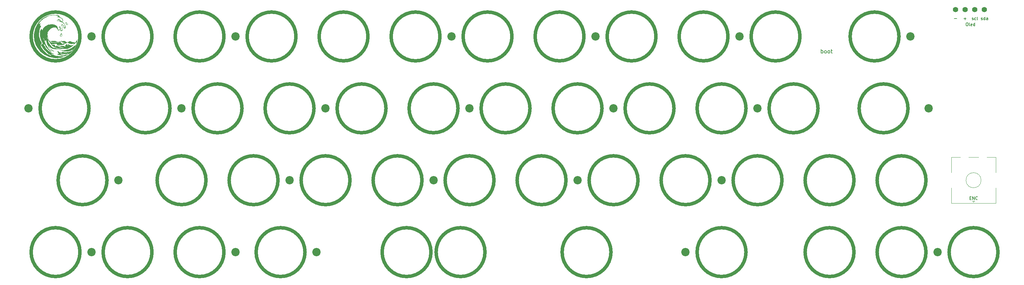
<source format=gbr>
%TF.GenerationSoftware,KiCad,Pcbnew,8.0.8*%
%TF.CreationDate,2025-02-20T20:08:49+01:00*%
%TF.ProjectId,oceanographer EC,6f636561-6e6f-4677-9261-706865722045,rev?*%
%TF.SameCoordinates,Original*%
%TF.FileFunction,Legend,Top*%
%TF.FilePolarity,Positive*%
%FSLAX46Y46*%
G04 Gerber Fmt 4.6, Leading zero omitted, Abs format (unit mm)*
G04 Created by KiCad (PCBNEW 8.0.8) date 2025-02-20 20:08:49*
%MOMM*%
%LPD*%
G01*
G04 APERTURE LIST*
%ADD10C,0.150000*%
%ADD11C,0.900000*%
%ADD12C,0.000000*%
%ADD13C,0.120000*%
%ADD14C,2.200000*%
%ADD15C,1.397000*%
G04 APERTURE END LIST*
D10*
X271895534Y-47155450D02*
X271971725Y-47193545D01*
X271971725Y-47193545D02*
X272124106Y-47193545D01*
X272124106Y-47193545D02*
X272200296Y-47155450D01*
X272200296Y-47155450D02*
X272238392Y-47079259D01*
X272238392Y-47079259D02*
X272238392Y-47041164D01*
X272238392Y-47041164D02*
X272200296Y-46964973D01*
X272200296Y-46964973D02*
X272124106Y-46926878D01*
X272124106Y-46926878D02*
X272009820Y-46926878D01*
X272009820Y-46926878D02*
X271933630Y-46888783D01*
X271933630Y-46888783D02*
X271895534Y-46812592D01*
X271895534Y-46812592D02*
X271895534Y-46774497D01*
X271895534Y-46774497D02*
X271933630Y-46698307D01*
X271933630Y-46698307D02*
X272009820Y-46660211D01*
X272009820Y-46660211D02*
X272124106Y-46660211D01*
X272124106Y-46660211D02*
X272200296Y-46698307D01*
X272924106Y-47193545D02*
X272924106Y-46393545D01*
X272924106Y-47155450D02*
X272847915Y-47193545D01*
X272847915Y-47193545D02*
X272695534Y-47193545D01*
X272695534Y-47193545D02*
X272619344Y-47155450D01*
X272619344Y-47155450D02*
X272581249Y-47117354D01*
X272581249Y-47117354D02*
X272543153Y-47041164D01*
X272543153Y-47041164D02*
X272543153Y-46812592D01*
X272543153Y-46812592D02*
X272581249Y-46736402D01*
X272581249Y-46736402D02*
X272619344Y-46698307D01*
X272619344Y-46698307D02*
X272695534Y-46660211D01*
X272695534Y-46660211D02*
X272847915Y-46660211D01*
X272847915Y-46660211D02*
X272924106Y-46698307D01*
X273647916Y-47193545D02*
X273647916Y-46774497D01*
X273647916Y-46774497D02*
X273609821Y-46698307D01*
X273609821Y-46698307D02*
X273533630Y-46660211D01*
X273533630Y-46660211D02*
X273381249Y-46660211D01*
X273381249Y-46660211D02*
X273305059Y-46698307D01*
X273647916Y-47155450D02*
X273571725Y-47193545D01*
X273571725Y-47193545D02*
X273381249Y-47193545D01*
X273381249Y-47193545D02*
X273305059Y-47155450D01*
X273305059Y-47155450D02*
X273266963Y-47079259D01*
X273266963Y-47079259D02*
X273266963Y-47003069D01*
X273266963Y-47003069D02*
X273305059Y-46926878D01*
X273305059Y-46926878D02*
X273381249Y-46888783D01*
X273381249Y-46888783D02*
X273571725Y-46888783D01*
X273571725Y-46888783D02*
X273647916Y-46850688D01*
X269483065Y-47145186D02*
X269559256Y-47183281D01*
X269559256Y-47183281D02*
X269711637Y-47183281D01*
X269711637Y-47183281D02*
X269787827Y-47145186D01*
X269787827Y-47145186D02*
X269825923Y-47068995D01*
X269825923Y-47068995D02*
X269825923Y-47030900D01*
X269825923Y-47030900D02*
X269787827Y-46954709D01*
X269787827Y-46954709D02*
X269711637Y-46916614D01*
X269711637Y-46916614D02*
X269597351Y-46916614D01*
X269597351Y-46916614D02*
X269521161Y-46878519D01*
X269521161Y-46878519D02*
X269483065Y-46802328D01*
X269483065Y-46802328D02*
X269483065Y-46764233D01*
X269483065Y-46764233D02*
X269521161Y-46688043D01*
X269521161Y-46688043D02*
X269597351Y-46649947D01*
X269597351Y-46649947D02*
X269711637Y-46649947D01*
X269711637Y-46649947D02*
X269787827Y-46688043D01*
X270511637Y-47145186D02*
X270435446Y-47183281D01*
X270435446Y-47183281D02*
X270283065Y-47183281D01*
X270283065Y-47183281D02*
X270206875Y-47145186D01*
X270206875Y-47145186D02*
X270168780Y-47107090D01*
X270168780Y-47107090D02*
X270130684Y-47030900D01*
X270130684Y-47030900D02*
X270130684Y-46802328D01*
X270130684Y-46802328D02*
X270168780Y-46726138D01*
X270168780Y-46726138D02*
X270206875Y-46688043D01*
X270206875Y-46688043D02*
X270283065Y-46649947D01*
X270283065Y-46649947D02*
X270435446Y-46649947D01*
X270435446Y-46649947D02*
X270511637Y-46688043D01*
X270968779Y-47183281D02*
X270892589Y-47145186D01*
X270892589Y-47145186D02*
X270854494Y-47068995D01*
X270854494Y-47068995D02*
X270854494Y-46383281D01*
X267315618Y-46888783D02*
X267925142Y-46888783D01*
X267620380Y-47193545D02*
X267620380Y-46584021D01*
X264807738Y-46888783D02*
X265417262Y-46888783D01*
X268090774Y-47981045D02*
X268243155Y-47981045D01*
X268243155Y-47981045D02*
X268319345Y-48019140D01*
X268319345Y-48019140D02*
X268395536Y-48095330D01*
X268395536Y-48095330D02*
X268433631Y-48247711D01*
X268433631Y-48247711D02*
X268433631Y-48514378D01*
X268433631Y-48514378D02*
X268395536Y-48666759D01*
X268395536Y-48666759D02*
X268319345Y-48742950D01*
X268319345Y-48742950D02*
X268243155Y-48781045D01*
X268243155Y-48781045D02*
X268090774Y-48781045D01*
X268090774Y-48781045D02*
X268014583Y-48742950D01*
X268014583Y-48742950D02*
X267938393Y-48666759D01*
X267938393Y-48666759D02*
X267900297Y-48514378D01*
X267900297Y-48514378D02*
X267900297Y-48247711D01*
X267900297Y-48247711D02*
X267938393Y-48095330D01*
X267938393Y-48095330D02*
X268014583Y-48019140D01*
X268014583Y-48019140D02*
X268090774Y-47981045D01*
X268890773Y-48781045D02*
X268814583Y-48742950D01*
X268814583Y-48742950D02*
X268776488Y-48666759D01*
X268776488Y-48666759D02*
X268776488Y-47981045D01*
X269500298Y-48742950D02*
X269424107Y-48781045D01*
X269424107Y-48781045D02*
X269271726Y-48781045D01*
X269271726Y-48781045D02*
X269195536Y-48742950D01*
X269195536Y-48742950D02*
X269157440Y-48666759D01*
X269157440Y-48666759D02*
X269157440Y-48361997D01*
X269157440Y-48361997D02*
X269195536Y-48285807D01*
X269195536Y-48285807D02*
X269271726Y-48247711D01*
X269271726Y-48247711D02*
X269424107Y-48247711D01*
X269424107Y-48247711D02*
X269500298Y-48285807D01*
X269500298Y-48285807D02*
X269538393Y-48361997D01*
X269538393Y-48361997D02*
X269538393Y-48438188D01*
X269538393Y-48438188D02*
X269157440Y-48514378D01*
X270224107Y-48781045D02*
X270224107Y-47981045D01*
X270224107Y-48742950D02*
X270147916Y-48781045D01*
X270147916Y-48781045D02*
X269995535Y-48781045D01*
X269995535Y-48781045D02*
X269919345Y-48742950D01*
X269919345Y-48742950D02*
X269881250Y-48704854D01*
X269881250Y-48704854D02*
X269843154Y-48628664D01*
X269843154Y-48628664D02*
X269843154Y-48400092D01*
X269843154Y-48400092D02*
X269881250Y-48323902D01*
X269881250Y-48323902D02*
X269919345Y-48285807D01*
X269919345Y-48285807D02*
X269995535Y-48247711D01*
X269995535Y-48247711D02*
X270147916Y-48247711D01*
X270147916Y-48247711D02*
X270224107Y-48285807D01*
X229576488Y-56017319D02*
X229576488Y-55017319D01*
X229576488Y-55398271D02*
X229671726Y-55350652D01*
X229671726Y-55350652D02*
X229862202Y-55350652D01*
X229862202Y-55350652D02*
X229957440Y-55398271D01*
X229957440Y-55398271D02*
X230005059Y-55445890D01*
X230005059Y-55445890D02*
X230052678Y-55541128D01*
X230052678Y-55541128D02*
X230052678Y-55826842D01*
X230052678Y-55826842D02*
X230005059Y-55922080D01*
X230005059Y-55922080D02*
X229957440Y-55969700D01*
X229957440Y-55969700D02*
X229862202Y-56017319D01*
X229862202Y-56017319D02*
X229671726Y-56017319D01*
X229671726Y-56017319D02*
X229576488Y-55969700D01*
X230624107Y-56017319D02*
X230528869Y-55969700D01*
X230528869Y-55969700D02*
X230481250Y-55922080D01*
X230481250Y-55922080D02*
X230433631Y-55826842D01*
X230433631Y-55826842D02*
X230433631Y-55541128D01*
X230433631Y-55541128D02*
X230481250Y-55445890D01*
X230481250Y-55445890D02*
X230528869Y-55398271D01*
X230528869Y-55398271D02*
X230624107Y-55350652D01*
X230624107Y-55350652D02*
X230766964Y-55350652D01*
X230766964Y-55350652D02*
X230862202Y-55398271D01*
X230862202Y-55398271D02*
X230909821Y-55445890D01*
X230909821Y-55445890D02*
X230957440Y-55541128D01*
X230957440Y-55541128D02*
X230957440Y-55826842D01*
X230957440Y-55826842D02*
X230909821Y-55922080D01*
X230909821Y-55922080D02*
X230862202Y-55969700D01*
X230862202Y-55969700D02*
X230766964Y-56017319D01*
X230766964Y-56017319D02*
X230624107Y-56017319D01*
X231528869Y-56017319D02*
X231433631Y-55969700D01*
X231433631Y-55969700D02*
X231386012Y-55922080D01*
X231386012Y-55922080D02*
X231338393Y-55826842D01*
X231338393Y-55826842D02*
X231338393Y-55541128D01*
X231338393Y-55541128D02*
X231386012Y-55445890D01*
X231386012Y-55445890D02*
X231433631Y-55398271D01*
X231433631Y-55398271D02*
X231528869Y-55350652D01*
X231528869Y-55350652D02*
X231671726Y-55350652D01*
X231671726Y-55350652D02*
X231766964Y-55398271D01*
X231766964Y-55398271D02*
X231814583Y-55445890D01*
X231814583Y-55445890D02*
X231862202Y-55541128D01*
X231862202Y-55541128D02*
X231862202Y-55826842D01*
X231862202Y-55826842D02*
X231814583Y-55922080D01*
X231814583Y-55922080D02*
X231766964Y-55969700D01*
X231766964Y-55969700D02*
X231671726Y-56017319D01*
X231671726Y-56017319D02*
X231528869Y-56017319D01*
X232147917Y-55350652D02*
X232528869Y-55350652D01*
X232290774Y-55017319D02*
X232290774Y-55874461D01*
X232290774Y-55874461D02*
X232338393Y-55969700D01*
X232338393Y-55969700D02*
X232433631Y-56017319D01*
X232433631Y-56017319D02*
X232528869Y-56017319D01*
X268884524Y-94399497D02*
X269151190Y-94399497D01*
X269265476Y-94818545D02*
X268884524Y-94818545D01*
X268884524Y-94818545D02*
X268884524Y-94018545D01*
X268884524Y-94018545D02*
X269265476Y-94018545D01*
X269608334Y-94818545D02*
X269608334Y-94018545D01*
X269608334Y-94018545D02*
X270065477Y-94818545D01*
X270065477Y-94818545D02*
X270065477Y-94018545D01*
X270903572Y-94742354D02*
X270865476Y-94780450D01*
X270865476Y-94780450D02*
X270751191Y-94818545D01*
X270751191Y-94818545D02*
X270675000Y-94818545D01*
X270675000Y-94818545D02*
X270560714Y-94780450D01*
X270560714Y-94780450D02*
X270484524Y-94704259D01*
X270484524Y-94704259D02*
X270446429Y-94628069D01*
X270446429Y-94628069D02*
X270408333Y-94475688D01*
X270408333Y-94475688D02*
X270408333Y-94361402D01*
X270408333Y-94361402D02*
X270446429Y-94209021D01*
X270446429Y-94209021D02*
X270484524Y-94132830D01*
X270484524Y-94132830D02*
X270560714Y-94056640D01*
X270560714Y-94056640D02*
X270675000Y-94018545D01*
X270675000Y-94018545D02*
X270751191Y-94018545D01*
X270751191Y-94018545D02*
X270865476Y-94056640D01*
X270865476Y-94056640D02*
X270903572Y-94094735D01*
D11*
%TO.C,SW_EC24*%
X252529500Y-70643750D02*
G75*
G02*
X239595500Y-70643750I-6467000J0D01*
G01*
X239595500Y-70643750D02*
G75*
G02*
X252529500Y-70643750I6467000J0D01*
G01*
%TO.C,SW_EC28*%
X104892000Y-89693750D02*
G75*
G02*
X91958000Y-89693750I-6467000J0D01*
G01*
X91958000Y-89693750D02*
G75*
G02*
X104892000Y-89693750I6467000J0D01*
G01*
%TO.C,SW_EC47*%
X276342000Y-108743750D02*
G75*
G02*
X263408000Y-108743750I-6467000J0D01*
G01*
X263408000Y-108743750D02*
G75*
G02*
X276342000Y-108743750I6467000J0D01*
G01*
%TO.C,SW_EC37*%
X33454500Y-108743750D02*
G75*
G02*
X20520500Y-108743750I-6467000J0D01*
G01*
X20520500Y-108743750D02*
G75*
G02*
X33454500Y-108743750I6467000J0D01*
G01*
%TO.C,SW_EC26*%
X66792000Y-89693750D02*
G75*
G02*
X53858000Y-89693750I-6467000J0D01*
G01*
X53858000Y-89693750D02*
G75*
G02*
X66792000Y-89693750I6467000J0D01*
G01*
%TO.C,SW_EC4*%
X90604500Y-51593750D02*
G75*
G02*
X77670500Y-51593750I-6467000J0D01*
G01*
X77670500Y-51593750D02*
G75*
G02*
X90604500Y-51593750I6467000J0D01*
G01*
%TO.C,SW_EC6*%
X128704500Y-51593750D02*
G75*
G02*
X115770500Y-51593750I-6467000J0D01*
G01*
X115770500Y-51593750D02*
G75*
G02*
X128704500Y-51593750I6467000J0D01*
G01*
%TO.C,SW_EC12*%
X250148250Y-51593750D02*
G75*
G02*
X237214250Y-51593750I-6467000J0D01*
G01*
X237214250Y-51593750D02*
G75*
G02*
X250148250Y-51593750I6467000J0D01*
G01*
%TO.C,SW_EC19*%
X152517000Y-70643750D02*
G75*
G02*
X139583000Y-70643750I-6467000J0D01*
G01*
X139583000Y-70643750D02*
G75*
G02*
X152517000Y-70643750I6467000J0D01*
G01*
%TO.C,SW_EC11*%
X223954500Y-51593750D02*
G75*
G02*
X211020500Y-51593750I-6467000J0D01*
G01*
X211020500Y-51593750D02*
G75*
G02*
X223954500Y-51593750I6467000J0D01*
G01*
%TO.C,SW_EC18*%
X133467000Y-70643750D02*
G75*
G02*
X120533000Y-70643750I-6467000J0D01*
G01*
X120533000Y-70643750D02*
G75*
G02*
X133467000Y-70643750I6467000J0D01*
G01*
%TO.C,SW_EC46*%
X257292000Y-108743750D02*
G75*
G02*
X244358000Y-108743750I-6467000J0D01*
G01*
X244358000Y-108743750D02*
G75*
G02*
X257292000Y-108743750I6467000J0D01*
G01*
%TO.C,SW_EC38*%
X52504500Y-108743750D02*
G75*
G02*
X39570500Y-108743750I-6467000J0D01*
G01*
X39570500Y-108743750D02*
G75*
G02*
X52504500Y-108743750I6467000J0D01*
G01*
%TO.C,SW_EC27*%
X85842000Y-89693750D02*
G75*
G02*
X72908000Y-89693750I-6467000J0D01*
G01*
X72908000Y-89693750D02*
G75*
G02*
X85842000Y-89693750I6467000J0D01*
G01*
%TO.C,SW_EC29*%
X123942000Y-89693750D02*
G75*
G02*
X111008000Y-89693750I-6467000J0D01*
G01*
X111008000Y-89693750D02*
G75*
G02*
X123942000Y-89693750I6467000J0D01*
G01*
%TO.C,SW_EC16*%
X95367000Y-70643750D02*
G75*
G02*
X82433000Y-70643750I-6467000J0D01*
G01*
X82433000Y-70643750D02*
G75*
G02*
X95367000Y-70643750I6467000J0D01*
G01*
%TO.C,SW_EC17*%
X114417000Y-70643750D02*
G75*
G02*
X101483000Y-70643750I-6467000J0D01*
G01*
X101483000Y-70643750D02*
G75*
G02*
X114417000Y-70643750I6467000J0D01*
G01*
D12*
%TO.C,G\u002A\u002A\u002A*%
G36*
X25526030Y-54790670D02*
G01*
X25555678Y-54816136D01*
X25596179Y-54853494D01*
X25632237Y-54888161D01*
X25704471Y-54952024D01*
X25797971Y-55024264D01*
X25907844Y-55101730D01*
X26029197Y-55181272D01*
X26157136Y-55259739D01*
X26286767Y-55333981D01*
X26413198Y-55400846D01*
X26477132Y-55432167D01*
X26541958Y-55466329D01*
X26601880Y-55504000D01*
X26651821Y-55541340D01*
X26686703Y-55574510D01*
X26701449Y-55599672D01*
X26701625Y-55601917D01*
X26693002Y-55610597D01*
X26675264Y-55603863D01*
X26663027Y-55590394D01*
X26644556Y-55578686D01*
X26605156Y-55564635D01*
X26552083Y-55550667D01*
X26530100Y-55545939D01*
X26399798Y-55512350D01*
X26268601Y-55465202D01*
X26140786Y-55407056D01*
X26020629Y-55340475D01*
X25912406Y-55268020D01*
X25820391Y-55192253D01*
X25748862Y-55115736D01*
X25708071Y-55053412D01*
X25681392Y-55011787D01*
X25641287Y-54961022D01*
X25595670Y-54911000D01*
X25587854Y-54903201D01*
X25538102Y-54851052D01*
X25508554Y-54812465D01*
X25500037Y-54788768D01*
X25511914Y-54781257D01*
X25526030Y-54790670D01*
G37*
G36*
X28589049Y-50709630D02*
G01*
X28664164Y-50835203D01*
X28714462Y-50972632D01*
X28738930Y-51117949D01*
X28736559Y-51267182D01*
X28734810Y-51282148D01*
X28714756Y-51387966D01*
X28682824Y-51469397D01*
X28636334Y-51529119D01*
X28572605Y-51569813D01*
X28488958Y-51594157D01*
X28413725Y-51603149D01*
X28353642Y-51605694D01*
X28313841Y-51602532D01*
X28286416Y-51592714D01*
X28277222Y-51586771D01*
X28241538Y-51549930D01*
X28206658Y-51496399D01*
X28184704Y-51450523D01*
X28270546Y-51450523D01*
X28281185Y-51470565D01*
X28309987Y-51484899D01*
X28316819Y-51487443D01*
X28382075Y-51502950D01*
X28451549Y-51505978D01*
X28514017Y-51496730D01*
X28547191Y-51483286D01*
X28591248Y-51441833D01*
X28624537Y-51379718D01*
X28646675Y-51302912D01*
X28657277Y-51217386D01*
X28655960Y-51129113D01*
X28642341Y-51044064D01*
X28616037Y-50968211D01*
X28583641Y-50915703D01*
X28549674Y-50873727D01*
X28528348Y-50908556D01*
X28511525Y-50935703D01*
X28484062Y-50979672D01*
X28450564Y-51033101D01*
X28431953Y-51062712D01*
X28366922Y-51172279D01*
X28317668Y-51268689D01*
X28285380Y-51349353D01*
X28271243Y-51411682D01*
X28271093Y-51413489D01*
X28270546Y-51450523D01*
X28184704Y-51450523D01*
X28178185Y-51436900D01*
X28161720Y-51382153D01*
X28159722Y-51361929D01*
X28168552Y-51314905D01*
X28195240Y-51245863D01*
X28239812Y-51154754D01*
X28302292Y-51041528D01*
X28382705Y-50906136D01*
X28420109Y-50845420D01*
X28543194Y-50647400D01*
X28589049Y-50709630D01*
G37*
G36*
X29742635Y-47894507D02*
G01*
X29819232Y-47901111D01*
X29881238Y-47914555D01*
X29935696Y-47938390D01*
X29989644Y-47976165D01*
X30050124Y-48031431D01*
X30085834Y-48067580D01*
X30161614Y-48154825D01*
X30210698Y-48233293D01*
X30233099Y-48304399D01*
X30228831Y-48369556D01*
X30197909Y-48430175D01*
X30140346Y-48487672D01*
X30090300Y-48522996D01*
X30050938Y-48545980D01*
X30019822Y-48560646D01*
X30008942Y-48563474D01*
X29988420Y-48555359D01*
X29954598Y-48534526D01*
X29929551Y-48516544D01*
X29869371Y-48461533D01*
X29818822Y-48393302D01*
X29774865Y-48306824D01*
X29734462Y-48197071D01*
X29732220Y-48190065D01*
X29708791Y-48119180D01*
X29684152Y-48049300D01*
X29672178Y-48017630D01*
X29789076Y-48017630D01*
X29793826Y-48039153D01*
X29806382Y-48080101D01*
X29824199Y-48133251D01*
X29844732Y-48191382D01*
X29865437Y-48247269D01*
X29883770Y-48293691D01*
X29895955Y-48321043D01*
X29924167Y-48366821D01*
X29959282Y-48410010D01*
X29994938Y-48443970D01*
X30024771Y-48462061D01*
X30032382Y-48463418D01*
X30058264Y-48453618D01*
X30085801Y-48431257D01*
X30122721Y-48379338D01*
X30138470Y-48321182D01*
X30134910Y-48249064D01*
X30132793Y-48236383D01*
X30120094Y-48183622D01*
X30100237Y-48145977D01*
X30065779Y-48109980D01*
X30060235Y-48105066D01*
X30011554Y-48069443D01*
X29956400Y-48038923D01*
X29934869Y-48029953D01*
X29883049Y-48014764D01*
X29836846Y-48007082D01*
X29803225Y-48007497D01*
X29789149Y-48016596D01*
X29789076Y-48017630D01*
X29672178Y-48017630D01*
X29661948Y-47990571D01*
X29651336Y-47964962D01*
X29617578Y-47888172D01*
X29742635Y-47894507D01*
G37*
G36*
X26443044Y-45878314D02*
G01*
X26583232Y-45879548D01*
X26636344Y-45880131D01*
X26778120Y-45881847D01*
X26895215Y-45883605D01*
X26991532Y-45885632D01*
X27070978Y-45888154D01*
X27137457Y-45891399D01*
X27194875Y-45895593D01*
X27247137Y-45900963D01*
X27298147Y-45907736D01*
X27351811Y-45916138D01*
X27401492Y-45924569D01*
X27545929Y-45951165D01*
X27665111Y-45977016D01*
X27762305Y-46003299D01*
X27840776Y-46031190D01*
X27903794Y-46061868D01*
X27954624Y-46096508D01*
X27996535Y-46136288D01*
X28000022Y-46140208D01*
X28032366Y-46186793D01*
X28043407Y-46233320D01*
X28033786Y-46287591D01*
X28015872Y-46332674D01*
X28000278Y-46372500D01*
X27999021Y-46400142D01*
X28015622Y-46420597D01*
X28053604Y-46438863D01*
X28102413Y-46455469D01*
X28180815Y-46485120D01*
X28272933Y-46527212D01*
X28369549Y-46577117D01*
X28461446Y-46630209D01*
X28502034Y-46656035D01*
X28648395Y-46766679D01*
X28771583Y-46889373D01*
X28869938Y-47022275D01*
X28925377Y-47125281D01*
X28954183Y-47208826D01*
X28970040Y-47299995D01*
X28972161Y-47389057D01*
X28959760Y-47466283D01*
X28954257Y-47482708D01*
X28928211Y-47529446D01*
X28886239Y-47583052D01*
X28836332Y-47634735D01*
X28786481Y-47675706D01*
X28768480Y-47687052D01*
X28753664Y-47698288D01*
X28751352Y-47711288D01*
X28764138Y-47728909D01*
X28794617Y-47754006D01*
X28845382Y-47789438D01*
X28885904Y-47816349D01*
X28983711Y-47887524D01*
X29086439Y-47974054D01*
X29185701Y-48068156D01*
X29273111Y-48162051D01*
X29318279Y-48217543D01*
X29420474Y-48374000D01*
X29504942Y-48549084D01*
X29570061Y-48737801D01*
X29614208Y-48935159D01*
X29635761Y-49136164D01*
X29637618Y-49200143D01*
X29637213Y-49271835D01*
X29633807Y-49321528D01*
X29626546Y-49355730D01*
X29614580Y-49380948D01*
X29613778Y-49382189D01*
X29576690Y-49426760D01*
X29531567Y-49454424D01*
X29471529Y-49468162D01*
X29408498Y-49471128D01*
X29340874Y-49467210D01*
X29290908Y-49452305D01*
X29250778Y-49421684D01*
X29212664Y-49370619D01*
X29195693Y-49342484D01*
X29172023Y-49296396D01*
X29153885Y-49246700D01*
X29139791Y-49187123D01*
X29128250Y-49111393D01*
X29117963Y-49015273D01*
X29106066Y-48907593D01*
X29092006Y-48823465D01*
X29074043Y-48757857D01*
X29050435Y-48705736D01*
X29019443Y-48662069D01*
X28983030Y-48625142D01*
X28901154Y-48561870D01*
X28818046Y-48521554D01*
X28724399Y-48499730D01*
X28720618Y-48499220D01*
X28676343Y-48494697D01*
X28653603Y-48496947D01*
X28645916Y-48507067D01*
X28645575Y-48511915D01*
X28651487Y-48532801D01*
X28667645Y-48573710D01*
X28691680Y-48629012D01*
X28721225Y-48693075D01*
X28725774Y-48702649D01*
X28792414Y-48849668D01*
X28843303Y-48980254D01*
X28880025Y-49100704D01*
X28904167Y-49217316D01*
X28917311Y-49336389D01*
X28921044Y-49464219D01*
X28920956Y-49478275D01*
X28912790Y-49636980D01*
X28890761Y-49771844D01*
X28853847Y-49884564D01*
X28801025Y-49976841D01*
X28731271Y-50050374D01*
X28643564Y-50106861D01*
X28536879Y-50148003D01*
X28514055Y-50154310D01*
X28467845Y-50165523D01*
X28438417Y-50168009D01*
X28414989Y-50160628D01*
X28386780Y-50142240D01*
X28384484Y-50140608D01*
X28333246Y-50095061D01*
X28296580Y-50039911D01*
X28273977Y-49972114D01*
X28264927Y-49888623D01*
X28268921Y-49786395D01*
X28285451Y-49662382D01*
X28295276Y-49606970D01*
X28313852Y-49501927D01*
X28325062Y-49419507D01*
X28328439Y-49354593D01*
X28323518Y-49302064D01*
X28309831Y-49256802D01*
X28286912Y-49213688D01*
X28255351Y-49168991D01*
X28214049Y-49117395D01*
X28182108Y-49085612D01*
X28153685Y-49069243D01*
X28122937Y-49063891D01*
X28115537Y-49063756D01*
X28094810Y-49075826D01*
X28088181Y-49112172D01*
X28095649Y-49173000D01*
X28114643Y-49249620D01*
X28143676Y-49374932D01*
X28154073Y-49485148D01*
X28146377Y-49586375D01*
X28145090Y-49593752D01*
X28114206Y-49705947D01*
X28066418Y-49802613D01*
X28004238Y-49881113D01*
X27930177Y-49938815D01*
X27846747Y-49973083D01*
X27775025Y-49981854D01*
X27690924Y-49969348D01*
X27620747Y-49931927D01*
X27564662Y-49869736D01*
X27522839Y-49782920D01*
X27514653Y-49757459D01*
X27458949Y-49611256D01*
X27384676Y-49486722D01*
X27292147Y-49384061D01*
X27181674Y-49303478D01*
X27053570Y-49245176D01*
X26908147Y-49209361D01*
X26745719Y-49196235D01*
X26658744Y-49198217D01*
X26513323Y-49212146D01*
X26375829Y-49238930D01*
X26238680Y-49280731D01*
X26094292Y-49339708D01*
X25994257Y-49387631D01*
X25787665Y-49505641D01*
X25596847Y-49643445D01*
X25423755Y-49798812D01*
X25270338Y-49969506D01*
X25138546Y-50153296D01*
X25030329Y-50347946D01*
X24947638Y-50551223D01*
X24930253Y-50606248D01*
X24892205Y-50754540D01*
X24868347Y-50899066D01*
X24858672Y-51045189D01*
X24863170Y-51198271D01*
X24881835Y-51363676D01*
X24914658Y-51546767D01*
X24928779Y-51612811D01*
X24976889Y-51821329D01*
X25024619Y-52010620D01*
X25071329Y-52178388D01*
X25116376Y-52322331D01*
X25159123Y-52440151D01*
X25159362Y-52440752D01*
X25191592Y-52521220D01*
X25216891Y-52580133D01*
X25239177Y-52622384D01*
X25262367Y-52652866D01*
X25290380Y-52676473D01*
X25327132Y-52698098D01*
X25376543Y-52722635D01*
X25390443Y-52729366D01*
X25519117Y-52785163D01*
X25635915Y-52820390D01*
X25747837Y-52835948D01*
X25861883Y-52832735D01*
X25985054Y-52811652D01*
X26001231Y-52807855D01*
X26126033Y-52780512D01*
X26245252Y-52760664D01*
X26367153Y-52747438D01*
X26500002Y-52739961D01*
X26652064Y-52737360D01*
X26668910Y-52737335D01*
X26943512Y-52737250D01*
X27118911Y-52837739D01*
X27215154Y-52891099D01*
X27294448Y-52930297D01*
X27363196Y-52957662D01*
X27427801Y-52975524D01*
X27494667Y-52986211D01*
X27537809Y-52990097D01*
X27574772Y-52991655D01*
X27614259Y-52990753D01*
X27659217Y-52986839D01*
X27712592Y-52979361D01*
X27777333Y-52967768D01*
X27856384Y-52951508D01*
X27952694Y-52930028D01*
X28069210Y-52902777D01*
X28208878Y-52869204D01*
X28294008Y-52848484D01*
X28649981Y-52761577D01*
X28688693Y-52809009D01*
X28706475Y-52828761D01*
X28725430Y-52842662D01*
X28749448Y-52850650D01*
X28782417Y-52852663D01*
X28828228Y-52848640D01*
X28890771Y-52838520D01*
X28973934Y-52822240D01*
X29065974Y-52803043D01*
X29293408Y-52755039D01*
X29524966Y-52887309D01*
X29666361Y-52965647D01*
X29785850Y-53026579D01*
X29883998Y-53070367D01*
X29961369Y-53097276D01*
X29987129Y-53103473D01*
X30022866Y-53104902D01*
X30072633Y-53096831D01*
X30139085Y-53078493D01*
X30224877Y-53049117D01*
X30332665Y-53007934D01*
X30374372Y-52991277D01*
X30511384Y-52938263D01*
X30626616Y-52898640D01*
X30723077Y-52871560D01*
X30803772Y-52856169D01*
X30868040Y-52851600D01*
X30908539Y-52853002D01*
X30944958Y-52858723D01*
X30984321Y-52871035D01*
X31033653Y-52892210D01*
X31099977Y-52924519D01*
X31111768Y-52930438D01*
X31334732Y-53028286D01*
X31559932Y-53098183D01*
X31789934Y-53140762D01*
X32027305Y-53156657D01*
X32027936Y-53156665D01*
X32108863Y-53157229D01*
X32166345Y-53156433D01*
X32205514Y-53153700D01*
X32231500Y-53148452D01*
X32249437Y-53140111D01*
X32261997Y-53130329D01*
X32299134Y-53089435D01*
X32345571Y-53025676D01*
X32399207Y-52942404D01*
X32457940Y-52842970D01*
X32519671Y-52730725D01*
X32555591Y-52661912D01*
X32593207Y-52590017D01*
X32626808Y-52528709D01*
X32654155Y-52481833D01*
X32673014Y-52453238D01*
X32680882Y-52446314D01*
X32687040Y-52467385D01*
X32690322Y-52512122D01*
X32690896Y-52575766D01*
X32688928Y-52653558D01*
X32684588Y-52740740D01*
X32678041Y-52832551D01*
X32669456Y-52924233D01*
X32661733Y-52990418D01*
X32603014Y-53339326D01*
X32517880Y-53677356D01*
X32406383Y-54004426D01*
X32268578Y-54320456D01*
X32104519Y-54625362D01*
X31914259Y-54919065D01*
X31697854Y-55201482D01*
X31455356Y-55472532D01*
X31186820Y-55732133D01*
X30892300Y-55980204D01*
X30571850Y-56216664D01*
X30482139Y-56277672D01*
X30118706Y-56505464D01*
X29751688Y-56705114D01*
X29380281Y-56876931D01*
X29003680Y-57021226D01*
X28621082Y-57138308D01*
X28231680Y-57228488D01*
X27855113Y-57289470D01*
X27784809Y-57296186D01*
X27690962Y-57301633D01*
X27578356Y-57305815D01*
X27451775Y-57308737D01*
X27316002Y-57310404D01*
X27175820Y-57310821D01*
X27036013Y-57309993D01*
X26901363Y-57307923D01*
X26776656Y-57304617D01*
X26666672Y-57300081D01*
X26576197Y-57294317D01*
X26515806Y-57288140D01*
X26086769Y-57217798D01*
X25674467Y-57124331D01*
X25278770Y-57007693D01*
X24899544Y-56867842D01*
X24536660Y-56704731D01*
X24189984Y-56518317D01*
X24124840Y-56479598D01*
X23791245Y-56261643D01*
X23471831Y-56019708D01*
X23168111Y-55755439D01*
X22881598Y-55470482D01*
X22613803Y-55166483D01*
X22366240Y-54845089D01*
X22140421Y-54507946D01*
X21937859Y-54156701D01*
X21869936Y-54025151D01*
X21706633Y-53668854D01*
X21570218Y-53305842D01*
X21460438Y-52935007D01*
X21377037Y-52555243D01*
X21319761Y-52165441D01*
X21288356Y-51764494D01*
X21281620Y-51465106D01*
X21294835Y-51057622D01*
X21334682Y-50659754D01*
X21401516Y-50269935D01*
X21495689Y-49886596D01*
X21617556Y-49508169D01*
X21767472Y-49133087D01*
X21847868Y-48957200D01*
X22034379Y-48594614D01*
X22239529Y-48251866D01*
X22245523Y-48243213D01*
X22545767Y-48243213D01*
X22552267Y-48259164D01*
X22569890Y-48263305D01*
X22617408Y-48252503D01*
X22678577Y-48219640D01*
X22754639Y-48164033D01*
X22764130Y-48156366D01*
X22821445Y-48114904D01*
X22875487Y-48085154D01*
X22920914Y-48069372D01*
X22952382Y-48069813D01*
X22958998Y-48074106D01*
X22971813Y-48104477D01*
X22974184Y-48154788D01*
X22966818Y-48218656D01*
X22950424Y-48289699D01*
X22927605Y-48356846D01*
X22904731Y-48422084D01*
X22886086Y-48489742D01*
X22875247Y-48546588D01*
X22874526Y-48553246D01*
X22871515Y-48602681D01*
X22875459Y-48634213D01*
X22888580Y-48658132D01*
X22900022Y-48671247D01*
X22932535Y-48695297D01*
X22980131Y-48718875D01*
X23012828Y-48730673D01*
X23059769Y-48746323D01*
X23096962Y-48761293D01*
X23111848Y-48769348D01*
X23125839Y-48789154D01*
X23128986Y-48821199D01*
X23120622Y-48867672D01*
X23100079Y-48930763D01*
X23066688Y-49012661D01*
X23019782Y-49115555D01*
X22982707Y-49192727D01*
X22941496Y-49278023D01*
X22903765Y-49357540D01*
X22871643Y-49426677D01*
X22847261Y-49480833D01*
X22832747Y-49515404D01*
X22830566Y-49521483D01*
X22822976Y-49552403D01*
X22811844Y-49608030D01*
X22797742Y-49684782D01*
X22781239Y-49779075D01*
X22762906Y-49887328D01*
X22743314Y-50005957D01*
X22723034Y-50131380D01*
X22702635Y-50260014D01*
X22682690Y-50388276D01*
X22663769Y-50512583D01*
X22646441Y-50629353D01*
X22631278Y-50735003D01*
X22618851Y-50825950D01*
X22609730Y-50898612D01*
X22606369Y-50929091D01*
X22603593Y-50990878D01*
X22604888Y-51074544D01*
X22609782Y-51173744D01*
X22617805Y-51282132D01*
X22628483Y-51393363D01*
X22641344Y-51501092D01*
X22655918Y-51598973D01*
X22656392Y-51601779D01*
X22682045Y-51737557D01*
X22712686Y-51868449D01*
X22749780Y-51998401D01*
X22794795Y-52131361D01*
X22849197Y-52271277D01*
X22914454Y-52422096D01*
X22992032Y-52587765D01*
X23083399Y-52772233D01*
X23112946Y-52830320D01*
X23175679Y-52954727D01*
X23229207Y-53064387D01*
X23272486Y-53157029D01*
X23304468Y-53230383D01*
X23324108Y-53282175D01*
X23328983Y-53299327D01*
X23347468Y-53381928D01*
X23261431Y-53470534D01*
X23186936Y-53552237D01*
X23133415Y-53624403D01*
X23097949Y-53693188D01*
X23077616Y-53764747D01*
X23069497Y-53845236D01*
X23069000Y-53876132D01*
X23078825Y-53990259D01*
X23106715Y-54119130D01*
X23150426Y-54257365D01*
X23207717Y-54399586D01*
X23276345Y-54540416D01*
X23354068Y-54674475D01*
X23438643Y-54796384D01*
X23468184Y-54833651D01*
X23541406Y-54921908D01*
X23624244Y-55020396D01*
X23713124Y-55124980D01*
X23804475Y-55231525D01*
X23894723Y-55335898D01*
X23980298Y-55433962D01*
X24057627Y-55521582D01*
X24123138Y-55594625D01*
X24164538Y-55639680D01*
X24381292Y-55856186D01*
X24605850Y-56050825D01*
X24836095Y-56222070D01*
X25069909Y-56368393D01*
X25305177Y-56488268D01*
X25393746Y-56526255D01*
X25459968Y-56551315D01*
X25537389Y-56577688D01*
X25619817Y-56603584D01*
X25701058Y-56627212D01*
X25774919Y-56646783D01*
X25835207Y-56660506D01*
X25875729Y-56666591D01*
X25879734Y-56666734D01*
X25896242Y-56665038D01*
X25895298Y-56658142D01*
X25874393Y-56644021D01*
X25831018Y-56620647D01*
X25808265Y-56608990D01*
X25655076Y-56526671D01*
X25502434Y-56435353D01*
X25347773Y-56333105D01*
X25188527Y-56217994D01*
X25022132Y-56088086D01*
X24846023Y-55941449D01*
X24657634Y-55776149D01*
X24454400Y-55590255D01*
X24446480Y-55582880D01*
X24296623Y-55438393D01*
X24150263Y-55287910D01*
X24008899Y-55133524D01*
X23874030Y-54977329D01*
X23747154Y-54821419D01*
X23629769Y-54667888D01*
X23523375Y-54518831D01*
X23429468Y-54376340D01*
X23349549Y-54242510D01*
X23285114Y-54119436D01*
X23237664Y-54009210D01*
X23208695Y-53913927D01*
X23199655Y-53840568D01*
X23210503Y-53778562D01*
X23238909Y-53712977D01*
X23278672Y-53656126D01*
X23304854Y-53631737D01*
X23331983Y-53616203D01*
X23368438Y-53605627D01*
X23421121Y-53598528D01*
X23478672Y-53594408D01*
X23537723Y-53590313D01*
X23585302Y-53585622D01*
X23614673Y-53581071D01*
X23620580Y-53578941D01*
X23617885Y-53563821D01*
X23605266Y-53527335D01*
X23584522Y-53474188D01*
X23557452Y-53409086D01*
X23541507Y-53372149D01*
X23428354Y-53106315D01*
X23321895Y-52842511D01*
X23223507Y-52584565D01*
X23134568Y-52336305D01*
X23056456Y-52101560D01*
X23045463Y-52065297D01*
X23735649Y-52065297D01*
X23738254Y-52097599D01*
X23751087Y-52132655D01*
X23776099Y-52180050D01*
X23807895Y-52229573D01*
X23808170Y-52229960D01*
X23863982Y-52317056D01*
X23918499Y-52419815D01*
X23973041Y-52541224D01*
X24028927Y-52684269D01*
X24087477Y-52851939D01*
X24100811Y-52892318D01*
X24219468Y-53231843D01*
X24345851Y-53547386D01*
X24481983Y-53842980D01*
X24629886Y-54122655D01*
X24791584Y-54390443D01*
X24969098Y-54650375D01*
X25012610Y-54709788D01*
X25060796Y-54769607D01*
X25126375Y-54843591D01*
X25204969Y-54927380D01*
X25292199Y-55016612D01*
X25383688Y-55106925D01*
X25475057Y-55193957D01*
X25561929Y-55273347D01*
X25639924Y-55340734D01*
X25672475Y-55367179D01*
X25730173Y-55413801D01*
X25780997Y-55456659D01*
X25819964Y-55491427D01*
X25842090Y-55513775D01*
X25843766Y-55515955D01*
X25869903Y-55557314D01*
X25891845Y-55599578D01*
X25905775Y-55634516D01*
X25907873Y-55653898D01*
X25907807Y-55654008D01*
X25892181Y-55654177D01*
X25856865Y-55643865D01*
X25807680Y-55625501D01*
X25750444Y-55601510D01*
X25690977Y-55574322D01*
X25635097Y-55546361D01*
X25592841Y-55522640D01*
X25526459Y-55477901D01*
X25444864Y-55415686D01*
X25352142Y-55339610D01*
X25252379Y-55253287D01*
X25149660Y-55160332D01*
X25048073Y-55064359D01*
X24951702Y-54968982D01*
X24867864Y-54881313D01*
X24752192Y-54748563D01*
X24634732Y-54599707D01*
X24523184Y-54445047D01*
X24425248Y-54294890D01*
X24406716Y-54264193D01*
X24356711Y-54177129D01*
X24302548Y-54077858D01*
X24246999Y-53971920D01*
X24192831Y-53864855D01*
X24142815Y-53762206D01*
X24099721Y-53669511D01*
X24066318Y-53592314D01*
X24050753Y-53552062D01*
X24018470Y-53472032D01*
X23988852Y-53420082D01*
X23961993Y-53396367D01*
X23953605Y-53394763D01*
X23946900Y-53407232D01*
X23946119Y-53439112D01*
X23950124Y-53482112D01*
X23957781Y-53527940D01*
X23967954Y-53568304D01*
X23979507Y-53594913D01*
X23981346Y-53597270D01*
X23995466Y-53626251D01*
X23996469Y-53658129D01*
X23985550Y-53681887D01*
X23971518Y-53687785D01*
X23949799Y-53676065D01*
X23936086Y-53655898D01*
X23914153Y-53625232D01*
X23887763Y-53613397D01*
X23868088Y-53621119D01*
X23866300Y-53640190D01*
X23873638Y-53678696D01*
X23887913Y-53729817D01*
X23906933Y-53786736D01*
X23928508Y-53842635D01*
X23950449Y-53890696D01*
X23960682Y-53909338D01*
X23978857Y-53937887D01*
X24009916Y-53984703D01*
X24050374Y-54044616D01*
X24096749Y-54112454D01*
X24129197Y-54159479D01*
X24183295Y-54240155D01*
X24238480Y-54326916D01*
X24289503Y-54411215D01*
X24331112Y-54484507D01*
X24344377Y-54509676D01*
X24411355Y-54630709D01*
X24486871Y-54746511D01*
X24573285Y-54859539D01*
X24672956Y-54972250D01*
X24788241Y-55087101D01*
X24921501Y-55206549D01*
X25075094Y-55333052D01*
X25251379Y-55469067D01*
X25300837Y-55506007D01*
X25473874Y-55632150D01*
X25628227Y-55739622D01*
X25765758Y-55829630D01*
X25888327Y-55903380D01*
X25997797Y-55962078D01*
X26025991Y-55975807D01*
X26111583Y-56016525D01*
X26209008Y-56062898D01*
X26304316Y-56108285D01*
X26362242Y-56135884D01*
X26436156Y-56172546D01*
X26486077Y-56200555D01*
X26511052Y-56219330D01*
X26512327Y-56227379D01*
X26477299Y-56236877D01*
X26415954Y-56238086D01*
X26329311Y-56231082D01*
X26218390Y-56215943D01*
X26102645Y-56196163D01*
X26024519Y-56182209D01*
X25956732Y-56170833D01*
X25904034Y-56162773D01*
X25871178Y-56158768D01*
X25862441Y-56158839D01*
X25869347Y-56170088D01*
X25893149Y-56193162D01*
X25918259Y-56214485D01*
X26030265Y-56295291D01*
X26165108Y-56375922D01*
X26317123Y-56453978D01*
X26480644Y-56527057D01*
X26650008Y-56592759D01*
X26819549Y-56648683D01*
X26983603Y-56692427D01*
X27101850Y-56716170D01*
X27156318Y-56724204D01*
X27234645Y-56734243D01*
X27332214Y-56745798D01*
X27444407Y-56758378D01*
X27566605Y-56771494D01*
X27694189Y-56784655D01*
X27822542Y-56797372D01*
X27947044Y-56809154D01*
X28063078Y-56819511D01*
X28123853Y-56824605D01*
X28200795Y-56829258D01*
X28294923Y-56832391D01*
X28401702Y-56834087D01*
X28516595Y-56834429D01*
X28635065Y-56833501D01*
X28752575Y-56831387D01*
X28864590Y-56828170D01*
X28966573Y-56823935D01*
X29053987Y-56818764D01*
X29122296Y-56812743D01*
X29166962Y-56805953D01*
X29169622Y-56805318D01*
X29208079Y-56793602D01*
X29259426Y-56775138D01*
X29317640Y-56752455D01*
X29376697Y-56728077D01*
X29430575Y-56704533D01*
X29473252Y-56684347D01*
X29498704Y-56670048D01*
X29503203Y-56665383D01*
X29489521Y-56664199D01*
X29450918Y-56663123D01*
X29391059Y-56662199D01*
X29313609Y-56661470D01*
X29222236Y-56660979D01*
X29120605Y-56660769D01*
X29113699Y-56660767D01*
X28973105Y-56660131D01*
X28852632Y-56657881D01*
X28745849Y-56653365D01*
X28646326Y-56645929D01*
X28547633Y-56634922D01*
X28443338Y-56619690D01*
X28327012Y-56599581D01*
X28192223Y-56573941D01*
X28122445Y-56560149D01*
X27977147Y-56530668D01*
X27857224Y-56504909D01*
X27759849Y-56481916D01*
X27682196Y-56460732D01*
X27621437Y-56440403D01*
X27574745Y-56419973D01*
X27539293Y-56398485D01*
X27512254Y-56374985D01*
X27490801Y-56348516D01*
X27489099Y-56346032D01*
X27468246Y-56310253D01*
X27465322Y-56288115D01*
X27471576Y-56278295D01*
X27492924Y-56270416D01*
X27538303Y-56262815D01*
X27603159Y-56256105D01*
X27670371Y-56251551D01*
X27739885Y-56247737D01*
X27798893Y-56244408D01*
X27841615Y-56241894D01*
X27862269Y-56240531D01*
X27862992Y-56240460D01*
X27874373Y-56227605D01*
X27866576Y-56194239D01*
X27839813Y-56140862D01*
X27828809Y-56123242D01*
X28167741Y-56123242D01*
X28175381Y-56136227D01*
X28203012Y-56160243D01*
X28245855Y-56192049D01*
X28299133Y-56228403D01*
X28358066Y-56266064D01*
X28417876Y-56301790D01*
X28473784Y-56332341D01*
X28482599Y-56336809D01*
X28579964Y-56379784D01*
X28687426Y-56417923D01*
X28790941Y-56446454D01*
X28827517Y-56454002D01*
X28860055Y-56457142D01*
X28916573Y-56459607D01*
X28992471Y-56461323D01*
X29083149Y-56462214D01*
X29184006Y-56462207D01*
X29281647Y-56461345D01*
X29411736Y-56459215D01*
X29518387Y-56456361D01*
X29606747Y-56452459D01*
X29681962Y-56447185D01*
X29749179Y-56440218D01*
X29813546Y-56431233D01*
X29846251Y-56425886D01*
X29941152Y-56409337D01*
X30014117Y-56394942D01*
X30071451Y-56380436D01*
X30119462Y-56363551D01*
X30164455Y-56342023D01*
X30212739Y-56313586D01*
X30270618Y-56275972D01*
X30279009Y-56270402D01*
X30339016Y-56229856D01*
X30377296Y-56201981D01*
X30396433Y-56184405D01*
X30399010Y-56174756D01*
X30387643Y-56170667D01*
X30364138Y-56171170D01*
X30316567Y-56174818D01*
X30249227Y-56181187D01*
X30166416Y-56189852D01*
X30072431Y-56200386D01*
X29995782Y-56209429D01*
X29813796Y-56230811D01*
X29656653Y-56247994D01*
X29520956Y-56261226D01*
X29403310Y-56270752D01*
X29300316Y-56276819D01*
X29208579Y-56279673D01*
X29124701Y-56279561D01*
X29058676Y-56277394D01*
X28922333Y-56267737D01*
X28799933Y-56251120D01*
X28680318Y-56225384D01*
X28552328Y-56188373D01*
X28487420Y-56166916D01*
X28398458Y-56139573D01*
X28318159Y-56120565D01*
X28250718Y-56110466D01*
X28200329Y-56109850D01*
X28171187Y-56119288D01*
X28167741Y-56123242D01*
X27828809Y-56123242D01*
X27794293Y-56067975D01*
X27784377Y-56053195D01*
X27717889Y-55954692D01*
X27665612Y-55876377D01*
X27625529Y-55814902D01*
X27595624Y-55766918D01*
X27573881Y-55729077D01*
X27558284Y-55698032D01*
X27546816Y-55670433D01*
X27537592Y-55643346D01*
X27527430Y-55596598D01*
X27521196Y-55538701D01*
X27518950Y-55477706D01*
X27520750Y-55421665D01*
X27526657Y-55378627D01*
X27535491Y-55357708D01*
X27551682Y-55356814D01*
X27581622Y-55374096D01*
X27626403Y-55410456D01*
X27687119Y-55466797D01*
X27764862Y-55544020D01*
X27780803Y-55560263D01*
X27847669Y-55627224D01*
X27904560Y-55679619D01*
X27957817Y-55721561D01*
X28013784Y-55757162D01*
X28078803Y-55790536D01*
X28159217Y-55825795D01*
X28242085Y-55859394D01*
X28369164Y-55903269D01*
X28481929Y-55928366D01*
X28577815Y-55934185D01*
X28610360Y-55931079D01*
X28655959Y-55918128D01*
X28678562Y-55894469D01*
X28679083Y-55857073D01*
X28658438Y-55802909D01*
X28652583Y-55791221D01*
X28632562Y-55748829D01*
X28619650Y-55714845D01*
X28616988Y-55702157D01*
X28628109Y-55681877D01*
X28662087Y-55673387D01*
X28719840Y-55676689D01*
X28802289Y-55691785D01*
X28848933Y-55702733D01*
X28979957Y-55733138D01*
X29098253Y-55755736D01*
X29213815Y-55771892D01*
X29336636Y-55782969D01*
X29476710Y-55790332D01*
X29496054Y-55791063D01*
X29818530Y-55792042D01*
X30124367Y-55770625D01*
X30415023Y-55726543D01*
X30691959Y-55659528D01*
X30956633Y-55569311D01*
X31144504Y-55487907D01*
X31278015Y-55419435D01*
X31386675Y-55351877D01*
X31474014Y-55282720D01*
X31543563Y-55209449D01*
X31553734Y-55196582D01*
X31585109Y-55154527D01*
X31608157Y-55121190D01*
X31618493Y-55102962D01*
X31618676Y-55101955D01*
X31628818Y-55086148D01*
X31642282Y-55074463D01*
X31656741Y-55057325D01*
X31649328Y-55046967D01*
X31631150Y-55048804D01*
X31624193Y-55059079D01*
X31604854Y-55076159D01*
X31579797Y-55081426D01*
X31552217Y-55088265D01*
X31507510Y-55106640D01*
X31453036Y-55133336D01*
X31420522Y-55150995D01*
X31253314Y-55241672D01*
X31092290Y-55322071D01*
X30941040Y-55390615D01*
X30803158Y-55445727D01*
X30682235Y-55485831D01*
X30621857Y-55501465D01*
X30508321Y-55522817D01*
X30373333Y-55541275D01*
X30223920Y-55556413D01*
X30067111Y-55567804D01*
X29909934Y-55575022D01*
X29759417Y-55577641D01*
X29622588Y-55575234D01*
X29517494Y-55568470D01*
X29358473Y-55550650D01*
X29217513Y-55528227D01*
X29087677Y-55499131D01*
X28962022Y-55461292D01*
X28833609Y-55412639D01*
X28695497Y-55351103D01*
X28552666Y-55280702D01*
X28462118Y-55235277D01*
X28370826Y-55190766D01*
X28285169Y-55150186D01*
X28211521Y-55116552D01*
X28156260Y-55092883D01*
X28152441Y-55091358D01*
X27921310Y-55014669D01*
X27686576Y-54965962D01*
X27449603Y-54945440D01*
X27223199Y-54952277D01*
X27137197Y-54958407D01*
X27055852Y-54960810D01*
X26973474Y-54959131D01*
X26884374Y-54953010D01*
X26782862Y-54942092D01*
X26663250Y-54926018D01*
X26559805Y-54910604D01*
X26332183Y-54864048D01*
X26122927Y-54796553D01*
X25929974Y-54707176D01*
X25751261Y-54594976D01*
X25598702Y-54471736D01*
X25474812Y-54357948D01*
X25372765Y-54259450D01*
X25291221Y-54174805D01*
X25228838Y-54102577D01*
X25184275Y-54041331D01*
X25164117Y-54006507D01*
X25130299Y-53945959D01*
X25094989Y-53892534D01*
X25061700Y-53850568D01*
X25033945Y-53824394D01*
X25015236Y-53818345D01*
X25012890Y-53819930D01*
X25007906Y-53842884D01*
X25014641Y-53884222D01*
X25030966Y-53937321D01*
X25054755Y-53995553D01*
X25083878Y-54052294D01*
X25091750Y-54065481D01*
X25122333Y-54118715D01*
X25149234Y-54171887D01*
X25164484Y-54207913D01*
X25183586Y-54251738D01*
X25211918Y-54305379D01*
X25235160Y-54344143D01*
X25269053Y-54399560D01*
X25302624Y-54458299D01*
X25320681Y-54492231D01*
X25345229Y-54535550D01*
X25369378Y-54570112D01*
X25380552Y-54582042D01*
X25400555Y-54605993D01*
X25420153Y-54640276D01*
X25434788Y-54675037D01*
X25439901Y-54700417D01*
X25437923Y-54706110D01*
X25417648Y-54708647D01*
X25387399Y-54695413D01*
X25356096Y-54672096D01*
X25332656Y-54644382D01*
X25328637Y-54636419D01*
X25304087Y-54599474D01*
X25273810Y-54574682D01*
X25247317Y-54558600D01*
X25222540Y-54537343D01*
X25197215Y-54507516D01*
X25169080Y-54465727D01*
X25135871Y-54408580D01*
X25095325Y-54332681D01*
X25045180Y-54234637D01*
X25039206Y-54222802D01*
X24884630Y-53893565D01*
X24833894Y-53766150D01*
X24964604Y-53766150D01*
X24976793Y-53787193D01*
X24993712Y-53794988D01*
X25006255Y-53784010D01*
X25004810Y-53766401D01*
X24991425Y-53740768D01*
X24972729Y-53742470D01*
X24968301Y-53746357D01*
X24964604Y-53766150D01*
X24833894Y-53766150D01*
X24756066Y-53570699D01*
X24653762Y-53254964D01*
X24577964Y-52947120D01*
X24529351Y-52651488D01*
X24519389Y-52571781D01*
X24507584Y-52480361D01*
X24496088Y-52393823D01*
X24493222Y-52372760D01*
X24483582Y-52302348D01*
X24474204Y-52233766D01*
X24466548Y-52177696D01*
X24463913Y-52158353D01*
X24457746Y-52118012D01*
X24452490Y-52102773D01*
X24445965Y-52109322D01*
X24440423Y-52122619D01*
X24423003Y-52182038D01*
X24406873Y-52264083D01*
X24392937Y-52362794D01*
X24382101Y-52472211D01*
X24377803Y-52534601D01*
X24373125Y-52608801D01*
X24368487Y-52659751D01*
X24362714Y-52692762D01*
X24354633Y-52713145D01*
X24343069Y-52726214D01*
X24334027Y-52732716D01*
X24293424Y-52747276D01*
X24266588Y-52746188D01*
X24238811Y-52727481D01*
X24200725Y-52683190D01*
X24152897Y-52614167D01*
X24095895Y-52521267D01*
X24030285Y-52405343D01*
X23988710Y-52328265D01*
X23927617Y-52215489D01*
X23875139Y-52123243D01*
X23832042Y-52052755D01*
X23799090Y-52005249D01*
X23777047Y-51981952D01*
X23771229Y-51979681D01*
X23753734Y-51992356D01*
X23740990Y-52024056D01*
X23735649Y-52065297D01*
X23045463Y-52065297D01*
X22990549Y-51884158D01*
X22944532Y-51713392D01*
X22911205Y-51576343D01*
X22911205Y-51576342D01*
X24757674Y-51576342D01*
X24770569Y-51834728D01*
X24808224Y-52100941D01*
X24869101Y-52371609D01*
X24951660Y-52643357D01*
X25054359Y-52912813D01*
X25175659Y-53176602D01*
X25314019Y-53431352D01*
X25467900Y-53673689D01*
X25635760Y-53900239D01*
X25816061Y-54107629D01*
X25991351Y-54278384D01*
X26082544Y-54354755D01*
X26183796Y-54430945D01*
X26287699Y-54501904D01*
X26386847Y-54562583D01*
X26473832Y-54607933D01*
X26476800Y-54609287D01*
X26530214Y-54631430D01*
X26591436Y-54653611D01*
X26654263Y-54673993D01*
X26712490Y-54690739D01*
X26759913Y-54702012D01*
X26790330Y-54705976D01*
X26797647Y-54704293D01*
X26798856Y-54685710D01*
X26788067Y-54654883D01*
X26770353Y-54622497D01*
X26750787Y-54599239D01*
X26746324Y-54596172D01*
X26731922Y-54580951D01*
X26733817Y-54572775D01*
X26750860Y-54573063D01*
X26770558Y-54585997D01*
X26802984Y-54604832D01*
X26826315Y-54609732D01*
X26864752Y-54615333D01*
X26922315Y-54630626D01*
X26992162Y-54653350D01*
X27067452Y-54681242D01*
X27141343Y-54712040D01*
X27156905Y-54719060D01*
X27216507Y-54743845D01*
X27292942Y-54772025D01*
X27375389Y-54799755D01*
X27437753Y-54818843D01*
X27525514Y-54842758D01*
X27598642Y-54858416D01*
X27669198Y-54867788D01*
X27749245Y-54872842D01*
X27773656Y-54873709D01*
X27873585Y-54879248D01*
X27954725Y-54890614D01*
X28026716Y-54910594D01*
X28099196Y-54941972D01*
X28181801Y-54987533D01*
X28195322Y-54995561D01*
X28397018Y-55104768D01*
X28593432Y-55187337D01*
X28787797Y-55243921D01*
X28983345Y-55275170D01*
X29183308Y-55281738D01*
X29390920Y-55264275D01*
X29468005Y-55252258D01*
X29831777Y-55175192D01*
X30196439Y-55070521D01*
X30560100Y-54939093D01*
X30920873Y-54781753D01*
X31276867Y-54599351D01*
X31626194Y-54392732D01*
X31966964Y-54162745D01*
X32076076Y-54082719D01*
X32167901Y-54013123D01*
X32238933Y-53957057D01*
X32292025Y-53911985D01*
X32330032Y-53875374D01*
X32355809Y-53844690D01*
X32370063Y-53821711D01*
X32385898Y-53782386D01*
X32405380Y-53720697D01*
X32427147Y-53642428D01*
X32449836Y-53553360D01*
X32472083Y-53459274D01*
X32492526Y-53365953D01*
X32509802Y-53279179D01*
X32522547Y-53204734D01*
X32529400Y-53148400D01*
X32529667Y-53144622D01*
X32536979Y-53068634D01*
X32547142Y-53020322D01*
X32557992Y-53001308D01*
X32570748Y-52976701D01*
X32568491Y-52962082D01*
X32554309Y-52945331D01*
X32539974Y-52952195D01*
X32533476Y-52978695D01*
X32522973Y-53001772D01*
X32496193Y-53032452D01*
X32476622Y-53049736D01*
X32448371Y-53076758D01*
X32407416Y-53121591D01*
X32358163Y-53179143D01*
X32305018Y-53244326D01*
X32273542Y-53284402D01*
X32199927Y-53374696D01*
X32107479Y-53480036D01*
X31999252Y-53597077D01*
X31878297Y-53722470D01*
X31826541Y-53774710D01*
X31617490Y-53977696D01*
X31418745Y-54156587D01*
X31227637Y-54312762D01*
X31041499Y-54447600D01*
X30857661Y-54562479D01*
X30673455Y-54658777D01*
X30486212Y-54737874D01*
X30293262Y-54801148D01*
X30091938Y-54849977D01*
X29879570Y-54885740D01*
X29653490Y-54909815D01*
X29624841Y-54912019D01*
X29524911Y-54917361D01*
X29404098Y-54920522D01*
X29268400Y-54921620D01*
X29123812Y-54920772D01*
X28976332Y-54918096D01*
X28831958Y-54913711D01*
X28696685Y-54907732D01*
X28576510Y-54900279D01*
X28477432Y-54891468D01*
X28457060Y-54889116D01*
X28144722Y-54844336D01*
X27845262Y-54788252D01*
X27560812Y-54721539D01*
X27293504Y-54644870D01*
X27045470Y-54558918D01*
X26818843Y-54464357D01*
X26615755Y-54361859D01*
X26438339Y-54252098D01*
X26437190Y-54251304D01*
X26331411Y-54171440D01*
X26216606Y-54071730D01*
X26091792Y-53951177D01*
X25955985Y-53808785D01*
X25808201Y-53643560D01*
X25773265Y-53602471D01*
X25945990Y-53602471D01*
X25951039Y-53615603D01*
X25969754Y-53643653D01*
X25988043Y-53667740D01*
X26021670Y-53704509D01*
X26060704Y-53734478D01*
X26108477Y-53758484D01*
X26168324Y-53777362D01*
X26243577Y-53791948D01*
X26337570Y-53803078D01*
X26453636Y-53811588D01*
X26587275Y-53818002D01*
X26667421Y-53821991D01*
X26738113Y-53826978D01*
X26794157Y-53832480D01*
X26830356Y-53838016D01*
X26840989Y-53841555D01*
X26851607Y-53865043D01*
X26857667Y-53912741D01*
X26858856Y-53955383D01*
X26866645Y-54045370D01*
X26889135Y-54115027D01*
X26925012Y-54162752D01*
X26972959Y-54186939D01*
X27031663Y-54185985D01*
X27045081Y-54182487D01*
X27107181Y-54169516D01*
X27162431Y-54168158D01*
X27203114Y-54178163D01*
X27216200Y-54188066D01*
X27233731Y-54204889D01*
X27245912Y-54204196D01*
X27253613Y-54183332D01*
X27257706Y-54139646D01*
X27259060Y-54070485D01*
X27259081Y-54057453D01*
X27259081Y-53905398D01*
X27380574Y-54022036D01*
X27502876Y-54129209D01*
X27634257Y-54223413D01*
X27779163Y-54307115D01*
X27942039Y-54382779D01*
X28127327Y-54452871D01*
X28202469Y-54477891D01*
X28363292Y-54526450D01*
X28506494Y-54562330D01*
X28639167Y-54587227D01*
X28688457Y-54594182D01*
X28749351Y-54600095D01*
X28820926Y-54604135D01*
X28896326Y-54606257D01*
X28968695Y-54606422D01*
X29031177Y-54604587D01*
X29076917Y-54600711D01*
X29095575Y-54596656D01*
X29106306Y-54589099D01*
X29095844Y-54581089D01*
X29061136Y-54570819D01*
X29045546Y-54567029D01*
X28920406Y-54534554D01*
X28777372Y-54492663D01*
X28624471Y-54443997D01*
X28469728Y-54391196D01*
X28321171Y-54336902D01*
X28195322Y-54287270D01*
X28034565Y-54219245D01*
X27900753Y-54158770D01*
X27793971Y-54105894D01*
X27714304Y-54060668D01*
X27661838Y-54023140D01*
X27636659Y-53993361D01*
X27638851Y-53971381D01*
X27645282Y-53966044D01*
X27684696Y-53953489D01*
X27736270Y-53959750D01*
X27803213Y-53985455D01*
X27840365Y-54004148D01*
X27938723Y-54052579D01*
X28025854Y-54085602D01*
X28112349Y-54106283D01*
X28208799Y-54117686D01*
X28239600Y-54119665D01*
X28343852Y-54121744D01*
X28441861Y-54114731D01*
X28532622Y-54100928D01*
X28635848Y-54084543D01*
X28719927Y-54076880D01*
X28792939Y-54077957D01*
X28862968Y-54087791D01*
X28921602Y-54101792D01*
X28973137Y-54115259D01*
X29007721Y-54120895D01*
X29035974Y-54118431D01*
X29068513Y-54107597D01*
X29093403Y-54097426D01*
X29148734Y-54076551D01*
X29191795Y-54067991D01*
X29228602Y-54073918D01*
X29265170Y-54096506D01*
X29307515Y-54137927D01*
X29354335Y-54191683D01*
X29419532Y-54264034D01*
X29475753Y-54315060D01*
X29527720Y-54348531D01*
X29573164Y-54366306D01*
X29597066Y-54372647D01*
X29610566Y-54372203D01*
X29613518Y-54360774D01*
X29605779Y-54334159D01*
X29587202Y-54288157D01*
X29568979Y-54245241D01*
X29548861Y-54191075D01*
X29537491Y-54138917D01*
X29532716Y-54076625D01*
X29532127Y-54037589D01*
X29534080Y-53961124D01*
X29542304Y-53908710D01*
X29559601Y-53876022D01*
X29588768Y-53858734D01*
X29632605Y-53852521D01*
X29652146Y-53852163D01*
X29714954Y-53844165D01*
X29762582Y-53817856D01*
X29799118Y-53769766D01*
X29826071Y-53704454D01*
X29845589Y-53653604D01*
X29867913Y-53607605D01*
X29878401Y-53590491D01*
X29898463Y-53564454D01*
X29912950Y-53559603D01*
X29932164Y-53573352D01*
X29935352Y-53576197D01*
X29956282Y-53599598D01*
X29987257Y-53639753D01*
X30022783Y-53689419D01*
X30036296Y-53709226D01*
X30076111Y-53766894D01*
X30117206Y-53823965D01*
X30152057Y-53870041D01*
X30158797Y-53878482D01*
X30195784Y-53916440D01*
X30243389Y-53955123D01*
X30293920Y-53989335D01*
X30339688Y-54013876D01*
X30373003Y-54023548D01*
X30373416Y-54023554D01*
X30386726Y-54012045D01*
X30385882Y-53979352D01*
X30371693Y-53928651D01*
X30344969Y-53863116D01*
X30318666Y-53809001D01*
X30281884Y-53730068D01*
X30263574Y-53671146D01*
X30263564Y-53630575D01*
X30281681Y-53606698D01*
X30296942Y-53600635D01*
X30320256Y-53599196D01*
X30345401Y-53609608D01*
X30378888Y-53635464D01*
X30407718Y-53661791D01*
X30519795Y-53756157D01*
X30633118Y-53827104D01*
X30755920Y-53878932D01*
X30892767Y-53915189D01*
X31024650Y-53932688D01*
X31170823Y-53935361D01*
X31321464Y-53923740D01*
X31466751Y-53898359D01*
X31535436Y-53880343D01*
X31617654Y-53845827D01*
X31697138Y-53790901D01*
X31776824Y-53713102D01*
X31859645Y-53609964D01*
X31863278Y-53604983D01*
X31899467Y-53556477D01*
X31931579Y-53515722D01*
X31954403Y-53489251D01*
X31959616Y-53484247D01*
X31972196Y-53465218D01*
X31969446Y-53455659D01*
X31955384Y-53455963D01*
X31951431Y-53462658D01*
X31932961Y-53474260D01*
X31890449Y-53480041D01*
X31869225Y-53480526D01*
X31818623Y-53484678D01*
X31753455Y-53495671D01*
X31686271Y-53511305D01*
X31673877Y-53514744D01*
X31600734Y-53535319D01*
X31543799Y-53549884D01*
X31493462Y-53560227D01*
X31440112Y-53568135D01*
X31374141Y-53575398D01*
X31319794Y-53580633D01*
X31144227Y-53586061D01*
X30966276Y-53571002D01*
X30825373Y-53543452D01*
X30723534Y-53510306D01*
X30619156Y-53463381D01*
X30517985Y-53406369D01*
X30425769Y-53342961D01*
X30348256Y-53276849D01*
X30291194Y-53211724D01*
X30278505Y-53192228D01*
X30256515Y-53163585D01*
X30232410Y-53156499D01*
X30217981Y-53158826D01*
X30178554Y-53172394D01*
X30119604Y-53198235D01*
X30046043Y-53233788D01*
X29962785Y-53276490D01*
X29874744Y-53323779D01*
X29786832Y-53373095D01*
X29703963Y-53421874D01*
X29653285Y-53453250D01*
X29442758Y-53577257D01*
X29240934Y-53676614D01*
X29052947Y-53749387D01*
X28863623Y-53802146D01*
X28657506Y-53842087D01*
X28443943Y-53867967D01*
X28232282Y-53878540D01*
X28097807Y-53876514D01*
X28012899Y-53873959D01*
X27923748Y-53873238D01*
X27841928Y-53874347D01*
X27787800Y-53876657D01*
X27727172Y-53881018D01*
X27688783Y-53885976D01*
X27666327Y-53893696D01*
X27653499Y-53906346D01*
X27644009Y-53926055D01*
X27627423Y-53954540D01*
X27606638Y-53960380D01*
X27596673Y-53958072D01*
X27555351Y-53938955D01*
X27512190Y-53904660D01*
X27464273Y-53852177D01*
X27408682Y-53778493D01*
X27373970Y-53728122D01*
X27333036Y-53668816D01*
X27295870Y-53617712D01*
X27266257Y-53579830D01*
X27247982Y-53560190D01*
X27246596Y-53559214D01*
X27224789Y-53554354D01*
X27179593Y-53550220D01*
X27116206Y-53547097D01*
X27039823Y-53545274D01*
X26987500Y-53544920D01*
X26896970Y-53545254D01*
X26828164Y-53546817D01*
X26774221Y-53550356D01*
X26728281Y-53556617D01*
X26683486Y-53566346D01*
X26632974Y-53580290D01*
X26615862Y-53585352D01*
X26505026Y-53611655D01*
X26384225Y-53628832D01*
X26262346Y-53636364D01*
X26148275Y-53633728D01*
X26050898Y-53620403D01*
X26044196Y-53618884D01*
X25996517Y-53608608D01*
X25961190Y-53602719D01*
X25945990Y-53602471D01*
X25773265Y-53602471D01*
X25647456Y-53454503D01*
X25633447Y-53437644D01*
X25501791Y-53271271D01*
X25384853Y-53106155D01*
X25280866Y-52938463D01*
X25210174Y-52805839D01*
X25353863Y-52805839D01*
X25362967Y-52851363D01*
X25377134Y-52897410D01*
X25401821Y-52937392D01*
X25440182Y-52973436D01*
X25495373Y-53007672D01*
X25570548Y-53042228D01*
X25668862Y-53079234D01*
X25733064Y-53101112D01*
X25835653Y-53132958D01*
X25937188Y-53159442D01*
X26041439Y-53180979D01*
X26152176Y-53197984D01*
X26273169Y-53210871D01*
X26408186Y-53220054D01*
X26560999Y-53225948D01*
X26735377Y-53228967D01*
X26901737Y-53229584D01*
X27082225Y-53228206D01*
X27238934Y-53224134D01*
X27376588Y-53216889D01*
X27499910Y-53205990D01*
X27613622Y-53190959D01*
X27722449Y-53171315D01*
X27831114Y-53146579D01*
X27902300Y-53127977D01*
X27969436Y-53109671D01*
X28034078Y-53092039D01*
X28085982Y-53077877D01*
X28102413Y-53073391D01*
X28158109Y-53060231D01*
X28215259Y-53049707D01*
X28226851Y-53048066D01*
X28265155Y-53044674D01*
X28285340Y-53051170D01*
X28297517Y-53072924D01*
X28302848Y-53088424D01*
X28326542Y-53133651D01*
X28368706Y-53176847D01*
X28432689Y-53220857D01*
X28504837Y-53260080D01*
X28555838Y-53287209D01*
X28585673Y-53307864D01*
X28599549Y-53326608D01*
X28602694Y-53345854D01*
X28597112Y-53385260D01*
X28588522Y-53408829D01*
X28583597Y-53429783D01*
X28596174Y-53451609D01*
X28620683Y-53474359D01*
X28688818Y-53521884D01*
X28754176Y-53544565D01*
X28821832Y-53542628D01*
X28896860Y-53516301D01*
X28947441Y-53488942D01*
X29010868Y-53455613D01*
X29063723Y-53440671D01*
X29116177Y-53442829D01*
X29176221Y-53460018D01*
X29251996Y-53478528D01*
X29328784Y-53482579D01*
X29396912Y-53472272D01*
X29432896Y-53457383D01*
X29461973Y-53436470D01*
X29475556Y-53418881D01*
X29475646Y-53416204D01*
X29461608Y-53407041D01*
X29425093Y-53391363D01*
X29370951Y-53371041D01*
X29304035Y-53347950D01*
X29269844Y-53336767D01*
X29126011Y-53287300D01*
X29005385Y-53238053D01*
X28902753Y-53186150D01*
X28812903Y-53128713D01*
X28730622Y-53062865D01*
X28670465Y-53005950D01*
X28545270Y-52880135D01*
X28356002Y-52928960D01*
X28229378Y-52959850D01*
X28084870Y-52992141D01*
X27931145Y-53024107D01*
X27776869Y-53054023D01*
X27630707Y-53080161D01*
X27501325Y-53100795D01*
X27473488Y-53104771D01*
X27382491Y-53114610D01*
X27270947Y-53122224D01*
X27144373Y-53127616D01*
X27008290Y-53130786D01*
X26868217Y-53131736D01*
X26729673Y-53130467D01*
X26598178Y-53126981D01*
X26479250Y-53121279D01*
X26378409Y-53113362D01*
X26308547Y-53104487D01*
X26172028Y-53078555D01*
X26026847Y-53044788D01*
X25879289Y-53005088D01*
X25735640Y-52961355D01*
X25602185Y-52915492D01*
X25485210Y-52869400D01*
X25399685Y-52829535D01*
X25353863Y-52805839D01*
X25210174Y-52805839D01*
X25188064Y-52764358D01*
X25104679Y-52580009D01*
X25028944Y-52381579D01*
X24959094Y-52165234D01*
X24893361Y-51927141D01*
X24843857Y-51724065D01*
X24822834Y-51634574D01*
X24803589Y-51554729D01*
X24787156Y-51488650D01*
X24774566Y-51440454D01*
X24766853Y-51414259D01*
X24765302Y-51410794D01*
X24762383Y-51421127D01*
X24759981Y-51454867D01*
X24758332Y-51506836D01*
X24757677Y-51571853D01*
X24757674Y-51576342D01*
X22911205Y-51576342D01*
X22885253Y-51457744D01*
X22865814Y-51350412D01*
X22852027Y-51247166D01*
X22843030Y-51140824D01*
X22837962Y-51024205D01*
X22835960Y-50890126D01*
X22835851Y-50807594D01*
X22837273Y-50662633D01*
X22841442Y-50540614D01*
X22849143Y-50435961D01*
X22861161Y-50343095D01*
X22878281Y-50256440D01*
X22901287Y-50170417D01*
X22930965Y-50079450D01*
X22943143Y-50045219D01*
X22972980Y-49971344D01*
X23010388Y-49891386D01*
X23051493Y-49812569D01*
X23092419Y-49742116D01*
X23129292Y-49687249D01*
X23146361Y-49666418D01*
X23187222Y-49632782D01*
X23235728Y-49608241D01*
X23284356Y-49594839D01*
X23325580Y-49594617D01*
X23351879Y-49609615D01*
X23352470Y-49610492D01*
X23356607Y-49630593D01*
X23360090Y-49673640D01*
X23362626Y-49733993D01*
X23363925Y-49806011D01*
X23364033Y-49834354D01*
X23364956Y-49925708D01*
X23367815Y-49990234D01*
X23372741Y-50029632D01*
X23379870Y-50045605D01*
X23380629Y-50045954D01*
X23404831Y-50040120D01*
X23431796Y-50011198D01*
X23457973Y-49963980D01*
X23475424Y-49917969D01*
X23497126Y-49862680D01*
X23531740Y-49790069D01*
X23575850Y-49706280D01*
X23626043Y-49617459D01*
X23678905Y-49529750D01*
X23731022Y-49449300D01*
X23754873Y-49414923D01*
X23868887Y-49270759D01*
X24003184Y-49127273D01*
X24150200Y-48991612D01*
X24302372Y-48870920D01*
X24404036Y-48801616D01*
X24621922Y-48679842D01*
X24858832Y-48577981D01*
X25112752Y-48496589D01*
X25381670Y-48436223D01*
X25663572Y-48397440D01*
X25923724Y-48381527D01*
X26073973Y-48379181D01*
X26202769Y-48381247D01*
X26316994Y-48388365D01*
X26423534Y-48401176D01*
X26529272Y-48420319D01*
X26641093Y-48446434D01*
X26652062Y-48449244D01*
X26851466Y-48511232D01*
X27026793Y-48588274D01*
X27178437Y-48680644D01*
X27306792Y-48788619D01*
X27412252Y-48912472D01*
X27483412Y-49028937D01*
X27535517Y-49140928D01*
X27573835Y-49251849D01*
X27600145Y-49369265D01*
X27616228Y-49500741D01*
X27622953Y-49621887D01*
X27626668Y-49691321D01*
X27632431Y-49748332D01*
X27639503Y-49786888D01*
X27644682Y-49799486D01*
X27674083Y-49818108D01*
X27721757Y-49832116D01*
X27777530Y-49839715D01*
X27831227Y-49839105D01*
X27850940Y-49835919D01*
X27912115Y-49808927D01*
X27968473Y-49760003D01*
X28013220Y-49695732D01*
X28027194Y-49665034D01*
X28044608Y-49601550D01*
X28050337Y-49528433D01*
X28044103Y-49441656D01*
X28025628Y-49337190D01*
X27996236Y-49216967D01*
X27977307Y-49142021D01*
X27962049Y-49073236D01*
X27951753Y-49017098D01*
X27947711Y-48980098D01*
X27947883Y-48973973D01*
X27951757Y-48947278D01*
X27961747Y-48933862D01*
X27985471Y-48929514D01*
X28027541Y-48929944D01*
X28120702Y-48946049D01*
X28210169Y-48986800D01*
X28292214Y-49048256D01*
X28363113Y-49126477D01*
X28419139Y-49217521D01*
X28456568Y-49317446D01*
X28470407Y-49398423D01*
X28470467Y-49476186D01*
X28457475Y-49562705D01*
X28447193Y-49606819D01*
X28423117Y-49733170D01*
X28417588Y-49846232D01*
X28425771Y-49919405D01*
X28437972Y-49952062D01*
X28463938Y-49970804D01*
X28486520Y-49978287D01*
X28568442Y-49992671D01*
X28633789Y-49986115D01*
X28680804Y-49958921D01*
X28728417Y-49896155D01*
X28770567Y-49811529D01*
X28805196Y-49711564D01*
X28830250Y-49602783D01*
X28843672Y-49491709D01*
X28845379Y-49436680D01*
X28835344Y-49298399D01*
X28807665Y-49151530D01*
X28764990Y-49005186D01*
X28709968Y-48868480D01*
X28646542Y-48752522D01*
X28597114Y-48673548D01*
X28563882Y-48612647D01*
X28545740Y-48565133D01*
X28541583Y-48526322D01*
X28550307Y-48491527D01*
X28570806Y-48456064D01*
X28575175Y-48449918D01*
X28618021Y-48399616D01*
X28659174Y-48373186D01*
X28705319Y-48367169D01*
X28729270Y-48370159D01*
X28796478Y-48390150D01*
X28875232Y-48425794D01*
X28957029Y-48472368D01*
X29033366Y-48525147D01*
X29082189Y-48566214D01*
X29144386Y-48631126D01*
X29190399Y-48696991D01*
X29223097Y-48770447D01*
X29245350Y-48858129D01*
X29260027Y-48966675D01*
X29261334Y-48980526D01*
X29270948Y-49075078D01*
X29281020Y-49146731D01*
X29292897Y-49201159D01*
X29307926Y-49244036D01*
X29327456Y-49281037D01*
X29335752Y-49293870D01*
X29367516Y-49330804D01*
X29403892Y-49358473D01*
X29437546Y-49372565D01*
X29461145Y-49368768D01*
X29461912Y-49368049D01*
X29474962Y-49342125D01*
X29487910Y-49294258D01*
X29499681Y-49231073D01*
X29509202Y-49159197D01*
X29515398Y-49085257D01*
X29517246Y-49026734D01*
X29508244Y-48883310D01*
X29479499Y-48746324D01*
X29429250Y-48610386D01*
X29355737Y-48470106D01*
X29313277Y-48402103D01*
X29186118Y-48228029D01*
X29048210Y-48079494D01*
X28897831Y-47954911D01*
X28733258Y-47852695D01*
X28695604Y-47833362D01*
X28638777Y-47807506D01*
X28561107Y-47775466D01*
X28468998Y-47739708D01*
X28368855Y-47702697D01*
X28267080Y-47666898D01*
X28234477Y-47655854D01*
X28141652Y-47624408D01*
X28055707Y-47594673D01*
X27981107Y-47568243D01*
X27922319Y-47546712D01*
X27883807Y-47531675D01*
X27873021Y-47526819D01*
X27837284Y-47498330D01*
X27808112Y-47458850D01*
X27806111Y-47454867D01*
X27794120Y-47426685D01*
X27790196Y-47402362D01*
X27792051Y-47390369D01*
X27906059Y-47390369D01*
X27919595Y-47413855D01*
X27943511Y-47433079D01*
X28010478Y-47470072D01*
X28091627Y-47499442D01*
X28172708Y-47516529D01*
X28206283Y-47518986D01*
X28274419Y-47520030D01*
X28239602Y-47452135D01*
X28211090Y-47407115D01*
X28170015Y-47354737D01*
X28125975Y-47307064D01*
X28085635Y-47268380D01*
X28058841Y-47246758D01*
X28038997Y-47238974D01*
X28019506Y-47241804D01*
X28004354Y-47247622D01*
X27948585Y-47281890D01*
X27916138Y-47330432D01*
X27908223Y-47358198D01*
X27906059Y-47390369D01*
X27792051Y-47390369D01*
X27794826Y-47372432D01*
X27808494Y-47327428D01*
X27813390Y-47312682D01*
X27827974Y-47262898D01*
X27836245Y-47222140D01*
X27836465Y-47199632D01*
X27816604Y-47178021D01*
X27779594Y-47156461D01*
X27736400Y-47140195D01*
X27700027Y-47134413D01*
X27648355Y-47144364D01*
X27593993Y-47169225D01*
X27548017Y-47202819D01*
X27524464Y-47232322D01*
X27504726Y-47294183D01*
X27508530Y-47361282D01*
X27536290Y-47437889D01*
X27546387Y-47457830D01*
X27571501Y-47506522D01*
X27592444Y-47549403D01*
X27603295Y-47573861D01*
X27610295Y-47595209D01*
X27603447Y-47598606D01*
X27577216Y-47586250D01*
X27574991Y-47585100D01*
X27511430Y-47544037D01*
X27458252Y-47494323D01*
X27423628Y-47443738D01*
X27421516Y-47438968D01*
X27403540Y-47360728D01*
X27410682Y-47278904D01*
X27440734Y-47198308D01*
X27491488Y-47123755D01*
X27560738Y-47060059D01*
X27609278Y-47029572D01*
X27667689Y-47009300D01*
X27742668Y-46998548D01*
X27823795Y-46997413D01*
X27900647Y-47005995D01*
X27962802Y-47024391D01*
X27966622Y-47026190D01*
X28003642Y-47050411D01*
X28055113Y-47092776D01*
X28117121Y-47149522D01*
X28185751Y-47216885D01*
X28257090Y-47291102D01*
X28327223Y-47368409D01*
X28351140Y-47395942D01*
X28426967Y-47476445D01*
X28496094Y-47531404D01*
X28562028Y-47561979D01*
X28628279Y-47569329D01*
X28698356Y-47554613D01*
X28755839Y-47529636D01*
X28808467Y-47498316D01*
X28841367Y-47464672D01*
X28858852Y-47420990D01*
X28865231Y-47359559D01*
X28865637Y-47333225D01*
X28856818Y-47244458D01*
X28828386Y-47160839D01*
X28778066Y-47077847D01*
X28703578Y-46990959D01*
X28682541Y-46969705D01*
X28573847Y-46870411D01*
X28460851Y-46784413D01*
X28339410Y-46709649D01*
X28205379Y-46644056D01*
X28054615Y-46585571D01*
X27882974Y-46532133D01*
X27716645Y-46488913D01*
X27589928Y-46456849D01*
X27491462Y-46428643D01*
X27421174Y-46404268D01*
X27378993Y-46383698D01*
X27364847Y-46366907D01*
X27366138Y-46362473D01*
X27398736Y-46334973D01*
X27458707Y-46313050D01*
X27545347Y-46296909D01*
X27614522Y-46289705D01*
X27710259Y-46279611D01*
X27780638Y-46266806D01*
X27824704Y-46251551D01*
X27841505Y-46234105D01*
X27840953Y-46228062D01*
X27820875Y-46206070D01*
X27776821Y-46181509D01*
X27713096Y-46155993D01*
X27634004Y-46131133D01*
X27543849Y-46108544D01*
X27494928Y-46098404D01*
X27365630Y-46074177D01*
X27252587Y-46054903D01*
X27149665Y-46040043D01*
X27050727Y-46029059D01*
X26949638Y-46021412D01*
X26840261Y-46016564D01*
X26716462Y-46013975D01*
X26572104Y-46013109D01*
X26522953Y-46013105D01*
X26392973Y-46013472D01*
X26286683Y-46014478D01*
X26199187Y-46016374D01*
X26125591Y-46019410D01*
X26060998Y-46023837D01*
X26000514Y-46029906D01*
X25939244Y-46037867D01*
X25886881Y-46045688D01*
X25530966Y-46113998D01*
X25187592Y-46206710D01*
X24855242Y-46324495D01*
X24532401Y-46468021D01*
X24217553Y-46637956D01*
X23909181Y-46834969D01*
X23628468Y-47041831D01*
X23385088Y-47245609D01*
X23156544Y-47464078D01*
X22938677Y-47701546D01*
X22727326Y-47962323D01*
X22682014Y-48022281D01*
X22621835Y-48104909D01*
X22579660Y-48167999D01*
X22554601Y-48213462D01*
X22545767Y-48243213D01*
X22245523Y-48243213D01*
X22462731Y-47929646D01*
X22703399Y-47628642D01*
X22960948Y-47349540D01*
X23234790Y-47093031D01*
X23524341Y-46859800D01*
X23792846Y-46673605D01*
X24110347Y-46485828D01*
X24444259Y-46320555D01*
X24792387Y-46178588D01*
X25152538Y-46060725D01*
X25522519Y-45967767D01*
X25900135Y-45900513D01*
X25921657Y-45897497D01*
X25972360Y-45891156D01*
X26024920Y-45886162D01*
X26082978Y-45882428D01*
X26150176Y-45879865D01*
X26230158Y-45878384D01*
X26326567Y-45877896D01*
X26443044Y-45878314D01*
G37*
D11*
%TO.C,SW_EC8*%
X166804500Y-51593750D02*
G75*
G02*
X153870500Y-51593750I-6467000J0D01*
G01*
X153870500Y-51593750D02*
G75*
G02*
X166804500Y-51593750I6467000J0D01*
G01*
%TO.C,SW_EC10*%
X204904500Y-51593750D02*
G75*
G02*
X191970500Y-51593750I-6467000J0D01*
G01*
X191970500Y-51593750D02*
G75*
G02*
X204904500Y-51593750I6467000J0D01*
G01*
%TO.C,SW_EC25*%
X40598250Y-89693750D02*
G75*
G02*
X27664250Y-89693750I-6467000J0D01*
G01*
X27664250Y-89693750D02*
G75*
G02*
X40598250Y-89693750I6467000J0D01*
G01*
%TO.C,SW_EC7*%
X147754500Y-51593750D02*
G75*
G02*
X134820500Y-51593750I-6467000J0D01*
G01*
X134820500Y-51593750D02*
G75*
G02*
X147754500Y-51593750I6467000J0D01*
G01*
%TO.C,SW_EC33*%
X200142000Y-89693750D02*
G75*
G02*
X187208000Y-89693750I-6467000J0D01*
G01*
X187208000Y-89693750D02*
G75*
G02*
X200142000Y-89693750I6467000J0D01*
G01*
%TO.C,SW_EC34*%
X219192000Y-89693750D02*
G75*
G02*
X206258000Y-89693750I-6467000J0D01*
G01*
X206258000Y-89693750D02*
G75*
G02*
X219192000Y-89693750I6467000J0D01*
G01*
%TO.C,SW_EC2*%
X52504500Y-51593750D02*
G75*
G02*
X39570500Y-51593750I-6467000J0D01*
G01*
X39570500Y-51593750D02*
G75*
G02*
X52504500Y-51593750I6467000J0D01*
G01*
%TO.C,SW_EC40*%
X92985750Y-108743750D02*
G75*
G02*
X80051750Y-108743750I-6467000J0D01*
G01*
X80051750Y-108743750D02*
G75*
G02*
X92985750Y-108743750I6467000J0D01*
G01*
%TO.C,SW_EC21*%
X190617000Y-70643750D02*
G75*
G02*
X177683000Y-70643750I-6467000J0D01*
G01*
X177683000Y-70643750D02*
G75*
G02*
X190617000Y-70643750I6467000J0D01*
G01*
%TO.C,SW_EC45*%
X238242000Y-108743750D02*
G75*
G02*
X225308000Y-108743750I-6467000J0D01*
G01*
X225308000Y-108743750D02*
G75*
G02*
X238242000Y-108743750I6467000J0D01*
G01*
%TO.C,SW_EC41*%
X126323250Y-108743750D02*
G75*
G02*
X113389250Y-108743750I-6467000J0D01*
G01*
X113389250Y-108743750D02*
G75*
G02*
X126323250Y-108743750I6467000J0D01*
G01*
%TO.C,SW_EC44*%
X209667000Y-108743750D02*
G75*
G02*
X196733000Y-108743750I-6467000J0D01*
G01*
X196733000Y-108743750D02*
G75*
G02*
X209667000Y-108743750I6467000J0D01*
G01*
%TO.C,SW_EC15*%
X76317000Y-70643750D02*
G75*
G02*
X63383000Y-70643750I-6467000J0D01*
G01*
X63383000Y-70643750D02*
G75*
G02*
X76317000Y-70643750I6467000J0D01*
G01*
%TO.C,SW_EC20*%
X171567000Y-70643750D02*
G75*
G02*
X158633000Y-70643750I-6467000J0D01*
G01*
X158633000Y-70643750D02*
G75*
G02*
X171567000Y-70643750I6467000J0D01*
G01*
D13*
%TO.C,SW2*%
X263975000Y-83593750D02*
X266375000Y-83593750D01*
X263975000Y-87693750D02*
X263975000Y-83593750D01*
X263975000Y-91693750D02*
X263975000Y-95793750D01*
X263975000Y-95793750D02*
X275775000Y-95793750D01*
X268575000Y-83593750D02*
X271175000Y-83593750D01*
X269575000Y-95193750D02*
X270175000Y-95193750D01*
X269875000Y-95493750D02*
X269575000Y-95193750D01*
X270175000Y-95193750D02*
X269875000Y-95493750D01*
X273375000Y-83593750D02*
X275775000Y-83593750D01*
X275775000Y-83593750D02*
X275775000Y-87693750D01*
X275775000Y-91693750D02*
X275775000Y-95793750D01*
X271875000Y-89693750D02*
G75*
G02*
X267875000Y-89693750I-2000000J0D01*
G01*
X267875000Y-89693750D02*
G75*
G02*
X271875000Y-89693750I2000000J0D01*
G01*
D11*
%TO.C,SW_EC30*%
X142992000Y-89693750D02*
G75*
G02*
X130058000Y-89693750I-6467000J0D01*
G01*
X130058000Y-89693750D02*
G75*
G02*
X142992000Y-89693750I6467000J0D01*
G01*
%TO.C,SW_EC3*%
X71554500Y-51593750D02*
G75*
G02*
X58620500Y-51593750I-6467000J0D01*
G01*
X58620500Y-51593750D02*
G75*
G02*
X71554500Y-51593750I6467000J0D01*
G01*
%TO.C,SW_EC5*%
X109654500Y-51593750D02*
G75*
G02*
X96720500Y-51593750I-6467000J0D01*
G01*
X96720500Y-51593750D02*
G75*
G02*
X109654500Y-51593750I6467000J0D01*
G01*
%TO.C,SW_EC43*%
X173948250Y-108743750D02*
G75*
G02*
X161014250Y-108743750I-6467000J0D01*
G01*
X161014250Y-108743750D02*
G75*
G02*
X173948250Y-108743750I6467000J0D01*
G01*
%TO.C,SW_EC31*%
X162042000Y-89693750D02*
G75*
G02*
X149108000Y-89693750I-6467000J0D01*
G01*
X149108000Y-89693750D02*
G75*
G02*
X162042000Y-89693750I6467000J0D01*
G01*
%TO.C,SW_EC32*%
X181092000Y-89693750D02*
G75*
G02*
X168158000Y-89693750I-6467000J0D01*
G01*
X168158000Y-89693750D02*
G75*
G02*
X181092000Y-89693750I6467000J0D01*
G01*
%TO.C,SW_EC36*%
X238242000Y-89693750D02*
G75*
G02*
X225308000Y-89693750I-6467000J0D01*
G01*
X225308000Y-89693750D02*
G75*
G02*
X238242000Y-89693750I6467000J0D01*
G01*
%TO.C,SW_EC39*%
X71554500Y-108743750D02*
G75*
G02*
X58620500Y-108743750I-6467000J0D01*
G01*
X58620500Y-108743750D02*
G75*
G02*
X71554500Y-108743750I6467000J0D01*
G01*
%TO.C,SW_EC22*%
X209667000Y-70643750D02*
G75*
G02*
X196733000Y-70643750I-6467000J0D01*
G01*
X196733000Y-70643750D02*
G75*
G02*
X209667000Y-70643750I6467000J0D01*
G01*
%TO.C,SW_EC13*%
X35835750Y-70643750D02*
G75*
G02*
X22901750Y-70643750I-6467000J0D01*
G01*
X22901750Y-70643750D02*
G75*
G02*
X35835750Y-70643750I6467000J0D01*
G01*
%TO.C,SW_EC14*%
X57267000Y-70643750D02*
G75*
G02*
X44333000Y-70643750I-6467000J0D01*
G01*
X44333000Y-70643750D02*
G75*
G02*
X57267000Y-70643750I6467000J0D01*
G01*
%TO.C,SW_EC9*%
X185854500Y-51593750D02*
G75*
G02*
X172920500Y-51593750I-6467000J0D01*
G01*
X172920500Y-51593750D02*
G75*
G02*
X185854500Y-51593750I6467000J0D01*
G01*
%TO.C,SW_EC42*%
X140610750Y-108743750D02*
G75*
G02*
X127676750Y-108743750I-6467000J0D01*
G01*
X127676750Y-108743750D02*
G75*
G02*
X140610750Y-108743750I6467000J0D01*
G01*
%TO.C,SW_EC23*%
X228717000Y-70643750D02*
G75*
G02*
X215783000Y-70643750I-6467000J0D01*
G01*
X215783000Y-70643750D02*
G75*
G02*
X228717000Y-70643750I6467000J0D01*
G01*
%TO.C,SW_EC1*%
X33454500Y-51593750D02*
G75*
G02*
X20520500Y-51593750I-6467000J0D01*
G01*
X20520500Y-51593750D02*
G75*
G02*
X33454500Y-51593750I6467000J0D01*
G01*
%TO.C,SW_EC35*%
X257292000Y-89693750D02*
G75*
G02*
X244358000Y-89693750I-6467000J0D01*
G01*
X244358000Y-89693750D02*
G75*
G02*
X257292000Y-89693750I6467000J0D01*
G01*
%TD*%
D14*
%TO.C,H16*%
X257968750Y-70643750D03*
%TD*%
%TO.C,H15*%
X260350000Y-108743750D03*
%TD*%
%TO.C,H6*%
X98425000Y-70643750D03*
%TD*%
%TO.C,H4*%
X253206250Y-51593750D03*
%TD*%
%TO.C,H5*%
X60325000Y-70643750D03*
%TD*%
%TO.C,H21*%
X127000000Y-89693750D03*
%TD*%
%TO.C,H14*%
X193675000Y-108743750D03*
%TD*%
%TO.C,H8*%
X43656250Y-89693750D03*
%TD*%
%TO.C,H19*%
X136525000Y-70643750D03*
%TD*%
%TO.C,H18*%
X74612500Y-51593750D03*
%TD*%
%TO.C,H1*%
X36512500Y-51593750D03*
%TD*%
%TO.C,H22*%
X207962500Y-51593750D03*
%TD*%
%TO.C,H10*%
X165100000Y-89693750D03*
%TD*%
%TO.C,H12*%
X74612500Y-108743750D03*
%TD*%
%TO.C,H23*%
X174625000Y-70643750D03*
%TD*%
%TO.C,H7*%
X212725000Y-70643750D03*
%TD*%
%TO.C,H20*%
X36512500Y-108743750D03*
%TD*%
%TO.C,H3*%
X169862500Y-51593750D03*
%TD*%
%TO.C,H2*%
X131762500Y-51593750D03*
%TD*%
%TO.C,H13*%
X96043750Y-108743750D03*
%TD*%
%TO.C,H25*%
X203200000Y-89693750D03*
%TD*%
%TO.C,H9*%
X88900000Y-89693750D03*
%TD*%
D15*
%TO.C,OL1*%
X272742500Y-44450000D03*
X270202500Y-44450000D03*
X267662500Y-44450000D03*
X265122500Y-44450000D03*
%TD*%
D14*
%TO.C,H17*%
X19843750Y-70643750D03*
%TD*%
M02*

</source>
